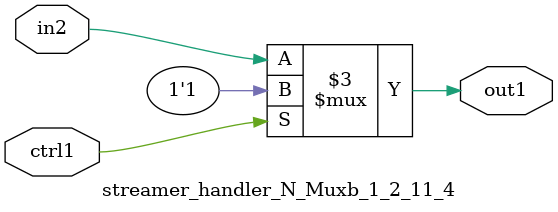
<source format=v>

`timescale 1ps / 1ps


module streamer_handler_N_Muxb_1_2_11_4( in2, ctrl1, out1 );

    input in2;
    input ctrl1;
    output out1;
    reg out1;

    
    // rtl_process:streamer_handler_N_Muxb_1_2_11_4/streamer_handler_N_Muxb_1_2_11_4_thread_1
    always @*
      begin : streamer_handler_N_Muxb_1_2_11_4_thread_1
        case (ctrl1) 
          1'b1: 
            begin
              out1 = 1'b1;
            end
          default: 
            begin
              out1 = in2;
            end
        endcase
      end

endmodule



</source>
